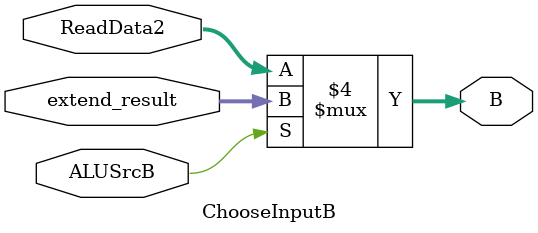
<source format=v>
`timescale 1ns / 1ps
module ChooseInputB(
	input ALUSrcB,
	input [31:0] ReadData2,
	input [31:0] extend_result,
	output reg [31:0] B
);
	always@(ALUSrcB or ReadData2 or extend_result) begin
		if(ALUSrcB==0)
			B<=ReadData2;
		else
			B<=extend_result;
	end
endmodule
</source>
